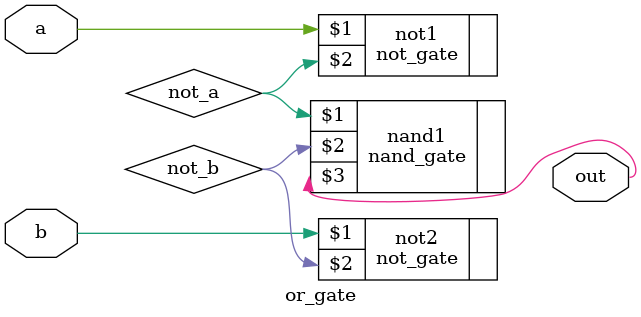
<source format=v>
module or_gate(a, b, out);
    input a, b;
    output out;
    
    wire not_a, not_b;
    not_gate not1(a, not_a);
    not_gate not2(b, not_b);
    nand_gate nand1(not_a, not_b, out);
endmodule


</source>
